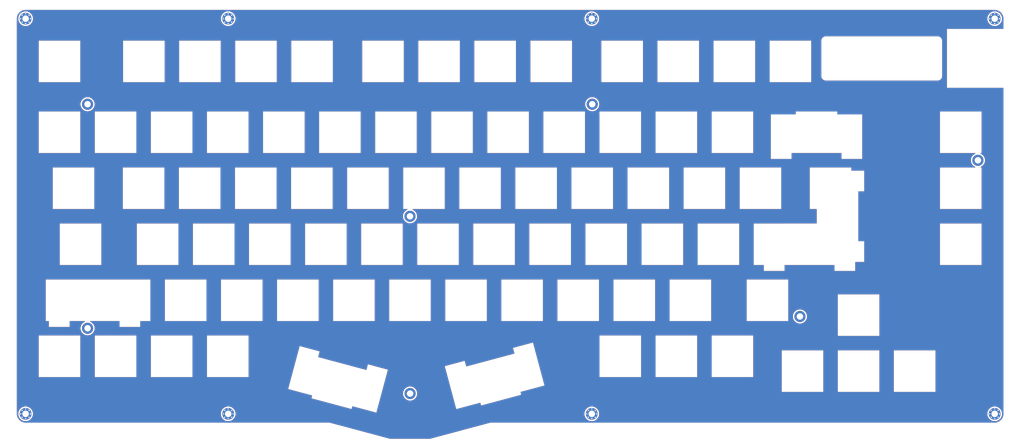
<source format=kicad_pcb>
(kicad_pcb (version 20221018) (generator pcbnew)
  (layers (0 "F.Cu" signal) (31 "B.Cu" signal) (34 "B.Paste" user) (35 "F.Paste" user) (36 "B.SilkS" user "B.Silkscreen") (37 "F.SilkS" user "F.Silkscreen") (38 "B.Mask" user) (39 "F.Mask" user) (44 "Edge.Cuts" user))
  (net 0 "")
  (net 1 "GND")
  (footprint "Keyboard:MountingHole_2.2mm_M2_Pad_Via" (layer "F.Cu") (at 239.343984 57.57)
    (fp_text reference "MountBaseTop6" hide)
    (fp_text value "MountingHoleBaseTop1")
    (pad "1" thru_hole circle (at -1.65 0) (size 0.7 0.7) (drill 0.4) (layers "*.Cu" "*.Mask"))
    (pad "1" thru_hole circle (at -1.166726 -1.166726) (size 0.7 0.7) (drill 0.4) (layers "*.Cu" "*.Mask"))
    (pad "1" thru_hole circle (at -1.166726 1.166726) (size 0.7 0.7) (drill 0.4) (layers "*.Cu" "*.Mask"))
    (pad "1" thru_hole circle (at 0 -1.65) (size 0.7 0.7) (drill 0.4) (layers "*.Cu" "*.Mask"))
    (pad "1" thru_hole circle (at 0 0) (size 4 4) (drill 2.2) (layers "*.Cu" "*.Mask"))
    (pad "1" thru_hole circle (at 0 1.65) (size 0.7 0.7) (drill 0.4) (layers "*.Cu" "*.Mask"))
    (pad "1" thru_hole circle (at 1.166726 -1.166726) (size 0.7 0.7) (drill 0.4) (layers "*.Cu" "*.Mask"))
    (pad "1" thru_hole circle (at 1.166726 1.166726) (size 0.7 0.7) (drill 0.4) (layers "*.Cu" "*.Mask"))
    (pad "1" thru_hole circle (at 1.65 0) (size 0.7 0.7) (drill 0.4) (layers "*.Cu" "*.Mask"))
  )
  (footprint "Keyboard:MountingHole_2.2mm_M2_Pad_Via" (layer "F.Cu") (at 115.831016 57.57)
    (fp_text reference "MountBaseTop4" hide)
    (fp_text value "MountingHoleBaseTop1")
    (pad "1" thru_hole circle (at -1.65 0) (size 0.7 0.7) (drill 0.4) (layers "*.Cu" "*.Mask"))
    (pad "1" thru_hole circle (at -1.166726 -1.166726) (size 0.7 0.7) (drill 0.4) (layers "*.Cu" "*.Mask"))
    (pad "1" thru_hole circle (at -1.166726 1.166726) (size 0.7 0.7) (drill 0.4) (layers "*.Cu" "*.Mask"))
    (pad "1" thru_hole circle (at 0 -1.65) (size 0.7 0.7) (drill 0.4) (layers "*.Cu" "*.Mask"))
    (pad "1" thru_hole circle (at 0 0) (size 4 4) (drill 2.2) (layers "*.Cu" "*.Mask"))
    (pad "1" thru_hole circle (at 0 1.65) (size 0.7 0.7) (drill 0.4) (layers "*.Cu" "*.Mask"))
    (pad "1" thru_hole circle (at 1.166726 -1.166726) (size 0.7 0.7) (drill 0.4) (layers "*.Cu" "*.Mask"))
    (pad "1" thru_hole circle (at 1.166726 1.166726) (size 0.7 0.7) (drill 0.4) (layers "*.Cu" "*.Mask"))
    (pad "1" thru_hole circle (at 1.65 0) (size 0.7 0.7) (drill 0.4) (layers "*.Cu" "*.Mask"))
  )
  (footprint "Keyboard:MountingHole_2.2mm_M2_Pad" (layer "F.Cu") (at 177.59 124.78)
    (fp_text reference "MountTopMiddle4")
    (fp_text value "MountTopMiddle")
    (pad "1" thru_hole circle (at 0 0) (size 3.8 3.8) (drill 2.2) (layers "*.Cu" "*.Mask"))
  )
  (footprint "Keyboard:MountingHole_2.2mm_M2_Pad" (layer "F.Cu") (at 68.05 86.67)
    (fp_text reference "MountTopMiddle2")
    (fp_text value "MountTopMiddle")
    (pad "1" thru_hole circle (at 0 0) (size 3.8 3.8) (drill 2.2) (layers "*.Cu" "*.Mask"))
  )
  (footprint "Keyboard:MountingHole_2.2mm_M2_Pad_Via" (layer "F.Cu") (at 376.225 191.97)
    (fp_text reference "MountBaseTop7" hide)
    (fp_text value "MountingHoleBaseTop1")
    (pad "1" thru_hole circle (at -1.65 0) (size 0.7 0.7) (drill 0.4) (layers "*.Cu" "*.Mask"))
    (pad "1" thru_hole circle (at -1.166726 -1.166726) (size 0.7 0.7) (drill 0.4) (layers "*.Cu" "*.Mask"))
    (pad "1" thru_hole circle (at -1.166726 1.166726) (size 0.7 0.7) (drill 0.4) (layers "*.Cu" "*.Mask"))
    (pad "1" thru_hole circle (at 0 -1.65) (size 0.7 0.7) (drill 0.4) (layers "*.Cu" "*.Mask"))
    (pad "1" thru_hole circle (at 0 0) (size 4 4) (drill 2.2) (layers "*.Cu" "*.Mask"))
    (pad "1" thru_hole circle (at 0 1.65) (size 0.7 0.7) (drill 0.4) (layers "*.Cu" "*.Mask"))
    (pad "1" thru_hole circle (at 1.166726 -1.166726) (size 0.7 0.7) (drill 0.4) (layers "*.Cu" "*.Mask"))
    (pad "1" thru_hole circle (at 1.166726 1.166726) (size 0.7 0.7) (drill 0.4) (layers "*.Cu" "*.Mask"))
    (pad "1" thru_hole circle (at 1.65 0) (size 0.7 0.7) (drill 0.4) (layers "*.Cu" "*.Mask"))
  )
  (footprint "Keyboard:MountingHole_2.2mm_M2_Pad" (layer "F.Cu") (at 310.06 158.86)
    (fp_text reference "MountTopMiddle5")
    (fp_text value "MountTopMiddle")
    (pad "1" thru_hole circle (at 0 0) (size 3.8 3.8) (drill 2.2) (layers "*.Cu" "*.Mask"))
  )
  (footprint "Keyboard:MountingHole_2.2mm_M2_Pad" (layer "F.Cu") (at 68.055 162.87)
    (fp_text reference "MountTopMiddle1")
    (fp_text value "MountTopMiddle")
    (pad "1" thru_hole circle (at 0 0) (size 3.8 3.8) (drill 2.2) (layers "*.Cu" "*.Mask"))
  )
  (footprint "Keyboard:MountingHole_2.2mm_M2_Pad" (layer "F.Cu") (at 177.62 185.07)
    (fp_text reference "MountTopMiddle3")
    (fp_text value "MountTopMiddle")
    (pad "1" thru_hole circle (at 0 0) (size 3.8 3.8) (drill 2.2) (layers "*.Cu" "*.Mask"))
  )
  (footprint "Keyboard:MountingHole_2.2mm_M2_Pad_Via" (layer "F.Cu") (at 115.831016 191.97)
    (fp_text reference "MountBaseTop3" hide)
    (fp_text value "MountingHoleBaseTop1")
    (pad "1" thru_hole circle (at -1.65 0) (size 0.7 0.7) (drill 0.4) (layers "*.Cu" "*.Mask"))
    (pad "1" thru_hole circle (at -1.166726 -1.166726) (size 0.7 0.7) (drill 0.4) (layers "*.Cu" "*.Mask"))
    (pad "1" thru_hole circle (at -1.166726 1.166726) (size 0.7 0.7) (drill 0.4) (layers "*.Cu" "*.Mask"))
    (pad "1" thru_hole circle (at 0 -1.65) (size 0.7 0.7) (drill 0.4) (layers "*.Cu" "*.Mask"))
    (pad "1" thru_hole circle (at 0 0) (size 4 4) (drill 2.2) (layers "*.Cu" "*.Mask"))
    (pad "1" thru_hole circle (at 0 1.65) (size 0.7 0.7) (drill 0.4) (layers "*.Cu" "*.Mask"))
    (pad "1" thru_hole circle (at 1.166726 -1.166726) (size 0.7 0.7) (drill 0.4) (layers "*.Cu" "*.Mask"))
    (pad "1" thru_hole circle (at 1.166726 1.166726) (size 0.7 0.7) (drill 0.4) (layers "*.Cu" "*.Mask"))
    (pad "1" thru_hole circle (at 1.65 0) (size 0.7 0.7) (drill 0.4) (layers "*.Cu" "*.Mask"))
  )
  (footprint "Keyboard:MountingHole_2.2mm_M2_Pad_Via" (layer "F.Cu") (at 47 57.57)
    (fp_text reference "MountBaseTop2" hide)
    (fp_text value "MountingHoleBaseTop1")
    (pad "1" thru_hole circle (at -1.65 0) (size 0.7 0.7) (drill 0.4) (layers "*.Cu" "*.Mask"))
    (pad "1" thru_hole circle (at -1.166726 -1.166726) (size 0.7 0.7) (drill 0.4) (layers "*.Cu" "*.Mask"))
    (pad "1" thru_hole circle (at -1.166726 1.166726) (size 0.7 0.7) (drill 0.4) (layers "*.Cu" "*.Mask"))
    (pad "1" thru_hole circle (at 0 -1.65) (size 0.7 0.7) (drill 0.4) (layers "*.Cu" "*.Mask"))
    (pad "1" thru_hole circle (at 0 0) (size 4 4) (drill 2.2) (layers "*.Cu" "*.Mask"))
    (pad "1" thru_hole circle (at 0 1.65) (size 0.7 0.7) (drill 0.4) (layers "*.Cu" "*.Mask"))
    (pad "1" thru_hole circle (at 1.166726 -1.166726) (size 0.7 0.7) (drill 0.4) (layers "*.Cu" "*.Mask"))
    (pad "1" thru_hole circle (at 1.166726 1.166726) (size 0.7 0.7) (drill 0.4) (layers "*.Cu" "*.Mask"))
    (pad "1" thru_hole circle (at 1.65 0) (size 0.7 0.7) (drill 0.4) (layers "*.Cu" "*.Mask"))
  )
  (footprint "Keyboard:MountingHole_2.2mm_M2_Pad_Via" (layer "F.Cu") (at 376.225 57.57)
    (fp_text reference "MountBaseTop8" hide)
    (fp_text value "MountingHoleBaseTop1")
    (pad "1" thru_hole circle (at -1.65 0) (size 0.7 0.7) (drill 0.4) (layers "*.Cu" "*.Mask"))
    (pad "1" thru_hole circle (at -1.166726 -1.166726) (size 0.7 0.7) (drill 0.4) (layers "*.Cu" "*.Mask"))
    (pad "1" thru_hole circle (at -1.166726 1.166726) (size 0.7 0.7) (drill 0.4) (layers "*.Cu" "*.Mask"))
    (pad "1" thru_hole circle (at 0 -1.65) (size 0.7 0.7) (drill 0.4) (layers "*.Cu" "*.Mask"))
    (pad "1" thru_hole circle (at 0 0) (size 4 4) (drill 2.2) (layers "*.Cu" "*.Mask"))
    (pad "1" thru_hole circle (at 0 1.65) (size 0.7 0.7) (drill 0.4) (layers "*.Cu" "*.Mask"))
    (pad "1" thru_hole circle (at 1.166726 -1.166726) (size 0.7 0.7) (drill 0.4) (layers "*.Cu" "*.Mask"))
    (pad "1" thru_hole circle (at 1.166726 1.166726) (size 0.7 0.7) (drill 0.4) (layers "*.Cu" "*.Mask"))
    (pad "1" thru_hole circle (at 1.65 0) (size 0.7 0.7) (drill 0.4) (layers "*.Cu" "*.Mask"))
  )
  (footprint "Keyboard:MountingHole_2.2mm_M2_Pad_Via" (layer "F.Cu") (at 47 191.97)
    (fp_text reference "MountBaseTop1" hide)
    (fp_text value "MountingHoleBaseTop1")
    (pad "1" thru_hole circle (at -1.65 0) (size 0.7 0.7) (drill 0.4) (layers "*.Cu" "*.Mask"))
    (pad "1" thru_hole circle (at -1.166726 -1.166726) (size 0.7 0.7) (drill 0.4) (layers "*.Cu" "*.Mask"))
    (pad "1" thru_hole circle (at -1.166726 1.166726) (size 0.7 0.7) (drill 0.4) (layers "*.Cu" "*.Mask"))
    (pad "1" thru_hole circle (at 0 -1.65) (size 0.7 0.7) (drill 0.4) (layers "*.Cu" "*.Mask"))
    (pad "1" thru_hole circle (at 0 0) (size 4 4) (drill 2.2) (layers "*.Cu" "*.Mask"))
    (pad "1" thru_hole circle (at 0 1.65) (size 0.7 0.7) (drill 0.4) (layers "*.Cu" "*.Mask"))
    (pad "1" thru_hole circle (at 1.166726 -1.166726) (size 0.7 0.7) (drill 0.4) (layers "*.Cu" "*.Mask"))
    (pad "1" thru_hole circle (at 1.166726 1.166726) (size 0.7 0.7) (drill 0.4) (layers "*.Cu" "*.Mask"))
    (pad "1" thru_hole circle (at 1.65 0) (size 0.7 0.7) (drill 0.4) (layers "*.Cu" "*.Mask"))
  )
  (footprint "Keyboard:MountingHole_2.2mm_M2_Pad" (layer "F.Cu") (at 370.53 105.74)
    (fp_text reference "MountTopMiddle7")
    (fp_text value "MountTopMiddle")
    (pad "1" thru_hole circle (at 0 0) (size 3.8 3.8) (drill 2.2) (layers "*.Cu" "*.Mask"))
  )
  (footprint "Keyboard:MountingHole_2.2mm_M2_Pad" (layer "F.Cu") (at 239.5 86.67)
    (fp_text reference "MountTopMiddle6")
    (fp_text value "MountTopMiddle")
    (pad "1" thru_hole circle (at 0 0) (size 3.8 3.8) (drill 2.2) (layers "*.Cu" "*.Mask"))
  )
  (footprint "Keyboard:MountingHole_2.2mm_M2_Pad_Via" (layer "F.Cu") (at 239.343984 191.97)
    (fp_text reference "MountBaseTop5" hide)
    (fp_text value "MountingHoleBaseTop1")
    (pad "1" thru_hole circle (at -1.65 0) (size 0.7 0.7) (drill 0.4) (layers "*.Cu" "*.Mask"))
    (pad "1" thru_hole circle (at -1.166726 -1.166726) (size 0.7 0.7) (drill 0.4) (layers "*.Cu" "*.Mask"))
    (pad "1" thru_hole circle (at -1.166726 1.166726) (size 0.7 0.7) (drill 0.4) (layers "*.Cu" "*.Mask"))
    (pad "1" thru_hole circle (at 0 -1.65) (size 0.7 0.7) (drill 0.4) (layers "*.Cu" "*.Mask"))
    (pad "1" thru_hole circle (at 0 0) (size 4 4) (drill 2.2) (layers "*.Cu" "*.Mask"))
    (pad "1" thru_hole circle (at 0 1.65) (size 0.7 0.7) (drill 0.4) (layers "*.Cu" "*.Mask"))
    (pad "1" thru_hole circle (at 1.166726 -1.166726) (size 0.7 0.7) (drill 0.4) (layers "*.Cu" "*.Mask"))
    (pad "1" thru_hole circle (at 1.166726 1.166726) (size 0.7 0.7) (drill 0.4) (layers "*.Cu" "*.Mask"))
    (pad "1" thru_hole circle (at 1.65 0) (size 0.7 0.7) (drill 0.4) (layers "*.Cu" "*.Mask"))
  )
  (gr_line (start 146.88369 170.747913) (end 140.12221 168.936179) (stroke (width 0.05)) (layer "Edge.Cuts"))
  (gr_line (start 113.27625 65.05) (end 113.27625 79.15) (stroke (width 0.05)) (layer "Edge.Cuts"))
  (gr_line (start 84.62625 89.15) (end 84.62625 103.25) (stroke (width 0.05)) (layer "Edge.Cuts"))
  (gr_line (start 215.360239 185.475133) (end 215.10142 184.509207) (stroke (width 0.05)) (layer "Edge.Cuts"))
  (gr_line (start 256.26375 127.25) (end 270.36375 127.25) (stroke (width 0.05)) (layer "Edge.Cuts"))
  (gr_line (start 175.30125 108.2) (end 189.40125 108.2) (stroke (width 0.05)) (layer "Edge.Cuts"))
  (gr_line (start 280.72625 65.05) (end 294.82625 65.05) (stroke (width 0.05)) (layer "Edge.Cuts"))
  (gr_line (start 315.7 103.245) (end 307.2 103.245) (stroke (width 0.05)) (layer "Edge.Cuts"))
  (gr_line (start 308.65 89.145) (end 322.75 89.145) (stroke (width 0.05)) (layer "Edge.Cuts"))
  (gr_line (start 322.75 89.145) (end 322.75 90.145) (stroke (width 0.05)) (layer "Edge.Cuts"))
  (gr_line (start 201.481866 188.158556) (end 193.319793 190.345577) (stroke (width 0.05)) (layer "Edge.Cuts"))
  (gr_line (start 118.15125 108.2) (end 132.25125 108.2) (stroke (width 0.05)) (layer "Edge.Cuts"))
  (gr_line (start 308.65 89.145) (end 308.65 90.145) (stroke (width 0.05)) (layer "Edge.Cuts"))
  (gr_line (start 56.24 108.2) (end 70.34 108.2) (stroke (width 0.05)) (layer "Edge.Cuts"))
  (gr_line (start 132.43875 160.4) (end 132.43875 146.3) (stroke (width 0.05)) (layer "Edge.Cuts"))
  (gr_line (start 175.11375 127.25) (end 175.11375 141.35) (stroke (width 0.05)) (layer "Edge.Cuts"))
  (gr_line (start 53.86 160.4) (end 53.86 146.3) (stroke (width 0.05)) (layer "Edge.Cuts"))
  (gr_line (start 184.82625 103.25) (end 184.82625 89.15) (stroke (width 0.05)) (layer "Edge.Cuts"))
  (gr_line (start 118.22625 65.05) (end 132.32625 65.05) (stroke (width 0.05)) (layer "Edge.Cuts"))
  (gr_line (start 203.87625 89.15) (end 217.97625 89.15) (stroke (width 0.05)) (layer "Edge.Cuts"))
  (gr_line (start 132.43875 146.3) (end 146.53875 146.3) (stroke (width 0.05)) (layer "Edge.Cuts"))
  (gr_line (start 51.47625 103.25) (end 51.47625 89.15) (stroke (width 0.05)) (layer "Edge.Cuts"))
  (gr_line (start 294.17625 89.15) (end 294.17625 103.25) (stroke (width 0.05)) (layer "Edge.Cuts"))
  (gr_line (start 306.0825 160.4) (end 291.9825 160.4) (stroke (width 0.05)) (layer "Edge.Cuts"))
  (gr_line (start 280.07625 179.45) (end 280.07625 165.35) (stroke (width 0.05)) (layer "Edge.Cuts"))
  (gr_line (start 212.593845 169.54844) (end 219.355326 167.736706) (stroke (width 0.05)) (layer "Edge.Cuts"))
  (gr_line (start 70.34 108.2) (end 70.34 122.3) (stroke (width 0.05)) (layer "Edge.Cuts"))
  (gr_line (start 275.12625 165.35) (end 275.12625 179.45) (stroke (width 0.05)) (layer "Edge.Cuts"))
  (gr_line (start 80.12625 79.15) (end 80.12625 65.05) (stroke (width 0.05)) (layer "Edge.Cuts"))
  (gr_line (start 175.11375 141.35) (end 161.01375 141.35) (stroke (width 0.05)) (layer "Edge.Cuts"))
  (gr_line (start 89.58125 165.35) (end 103.68125 165.35) (stroke (width 0.05)) (layer "Edge.Cuts"))
  (gr_line (start 371.75125 108.2) (end 371.75125 122.3) (stroke (width 0.05)) (layer "Edge.Cuts"))
  (gr_line (start 317.98875 184.5) (end 303.88875 184.5) (stroke (width 0.05)) (layer "Edge.Cuts"))
  (gr_line (start 70.52625 103.25) (end 70.52625 89.15) (stroke (width 0.05)) (layer "Edge.Cuts"))
  (gr_line (start 317.35 77.095) (end 317.35 65.095) (stroke (width 0.05)) (layer "Edge.Cuts"))
  (gr_line (start 151.48875 146.3) (end 165.58875 146.3) (stroke (width 0.05)) (layer "Edge.Cuts"))
  (gr_line (start 122.72625 89.15) (end 122.72625 103.25) (stroke (width 0.05)) (layer "Edge.Cuts"))
  (gr_line (start 203.87625 103.25) (end 203.87625 89.15) (stroke (width 0.05)) (layer "Edge.Cuts"))
  (gr_line (start 222.73875 146.3) (end 222.73875 160.4) (stroke (width 0.05)) (layer "Edge.Cuts"))
  (gr_line (start 322.75 90.145) (end 331.2 90.145) (stroke (width 0.05)) (layer "Edge.Cuts"))
  (gr_line (start 85.93125 162.395) (end 85.93125 160.4) (stroke (width 0.05)) (layer "Edge.Cuts"))
  (gr_line (start 160.82625 89.15) (end 160.82625 103.25) (stroke (width 0.05)) (layer "Edge.Cuts"))
  (gr_line (start 170.06591 176.95957) (end 166.157743 191.54505) (stroke (width 0.05)) (layer "Edge.Cuts"))
  (gr_line (start 223.263494 182.322186) (end 215.10142 184.509207) (stroke (width 0.05)) (layer "Edge.Cuts"))
  (gr_line (start 156.25125 122.3) (end 156.25125 108.2) (stroke (width 0.05)) (layer "Edge.Cuts"))
  (gr_line (start 89.57625 103.25) (end 89.57625 89.15) (stroke (width 0.05)) (layer "Edge.Cuts"))
  (gr_line (start 146.53875 146.3) (end 146.53875 160.4) (stroke (width 0.05)) (layer "Edge.Cuts"))
  (gr_line (start 265.60125 108.2) (end 265.60125 122.3) (stroke (width 0.05)) (layer "Edge.Cuts"))
  (gr_line (start 379.225 81.07) (end 379.225 191.97) (stroke (width 0.05)) (layer "Edge.Cuts"))
  (gr_line (start 151.37625 65.05) (end 151.37625 79.15) (stroke (width 0.05)) (layer "Edge.Cuts"))
  (gr_line (start 99.10125 122.3) (end 99.10125 108.2) (stroke (width 0.05)) (layer "Edge.Cuts"))
  (gr_line (start 241.97625 89.15) (end 256.07625 89.15) (stroke (width 0.05)) (layer "Edge.Cuts"))
  (gr_line (start 246.73875 160.4) (end 246.73875 146.3) (stroke (width 0.05)) (layer "Edge.Cuts"))
  (gr_line (start 331.88935 116.2765) (end 329.88935 116.2765) (stroke (width 0.05)) (layer "Edge.Cuts"))
  (gr_line (start 98.91375 127.25) (end 98.91375 141.35) (stroke (width 0.05)) (layer "Edge.Cuts"))
  (gr_line (start 289.41375 127.25) (end 289.41375 141.35) (stroke (width 0.05)) (layer "Edge.Cuts"))
  (gr_line (start 261.02625 103.25) (end 261.02625 89.15) (stroke (width 0.05)) (layer "Edge.Cuts"))
  (gr_line (start 179.87625 103.25) (end 165.77625 103.25) (stroke (width 0.05)) (layer "Edge.Cuts"))
  (gr_line (start 322.93875 184.5) (end 322.93875 170.4) (stroke (width 0.05)) (layer "Edge.Cuts"))
  (gr_line (start 180.06375 127.25) (end 194.16375 127.25) (stroke (width 0.05)) (layer "Edge.Cuts"))
  (gr_line (start 132.32625 65.05) (end 132.32625 79.15) (stroke (width 0.05)) (layer "Edge.Cuts"))
  (gr_line (start 331.88935 133.2765) (end 331.88935 140.2765) (stroke (width 0.05)) (layer "Edge.Cuts"))
  (gr_line (start 315.7 103.245) (end 324.2 103.245) (stroke (width 0.05)) (layer "Edge.Cuts"))
  (gr_line (start 331.88935 109.2765) (end 327.515 109.2765) (stroke (width 0.05)) (layer "Edge.Cuts"))
  (gr_line (start 261.02625 165.35) (end 275.12625 165.35) (stroke (width 0.05)) (layer "Edge.Cuts"))
  (gr_line (start 70.53125 179.45) (end 70.53125 165.35) (stroke (width 0.05)) (layer "Edge.Cuts"))
  (gr_line (start 265.60125 122.3) (end 251.50125 122.3) (stroke (width 0.05)) (layer "Edge.Cuts"))
  (gr_line (start 89.57625 89.15) (end 103.67625 89.15) (stroke (width 0.05)) (layer "Edge.Cuts"))
  (gr_line (start 162.786791 177.079688) (end 163.304429 175.147836) (stroke (width 0.05)) (layer "Edge.Cuts"))
  (gr_line (start 122.73125 165.35) (end 122.73125 179.45) (stroke (width 0.05)) (layer "Edge.Cuts"))
  (gr_line (start 275.31375 141.35) (end 275.31375 127.25) (stroke (width 0.05)) (layer "Edge.Cuts"))
  (gr_circle (center 115.831016 57.57) (end 116.931016 57.57) (stroke (width 0.05)) (fill none) (layer "Edge.Cuts"))
  (gr_arc (start 44 57.57) (mid 44.87868 55.44868) (end 47 54.57) (stroke (width 0.05)) (layer "Edge.Cuts"))
  (gr_line (start 132.25125 108.2) (end 132.25125 122.3) (stroke (width 0.05)) (layer "Edge.Cuts"))
  (gr_line (start 306.0825 146.3) (end 306.0825 160.4) (stroke (width 0.05)) (layer "Edge.Cuts"))
  (gr_line (start 289.60125 108.2) (end 303.70125 108.2) (stroke (width 0.05)) (layer "Edge.Cuts"))
  (gr_line (start 141.77625 103.25) (end 127.67625 103.25) (stroke (width 0.05)) (layer "Edge.Cuts"))
  (gr_line (start 261.67625 79.15) (end 261.67625 65.05) (stroke (width 0.05)) (layer "Edge.Cuts"))
  (gr_arc (start 356.85 63.595) (mid 357.91066 64.03434) (end 358.35 65.095) (stroke (width 0.05)) (layer "Edge.Cuts"))
  (gr_line (start 140.12221 168.936179) (end 136.214042 183.521659) (stroke (width 0.05)) (layer "Edge.Cuts"))
  (gr_line (start 294.82625 79.15) (end 280.72625 79.15) (stroke (width 0.05)) (layer "Edge.Cuts"))
  (gr_line (start 222.92625 103.25) (end 222.92625 89.15) (stroke (width 0.05)) (layer "Edge.Cuts"))
  (gr_line (start 227.68875 146.3) (end 241.78875 146.3) (stroke (width 0.05)) (layer "Edge.Cuts"))
  (gr_line (start 94.22625 79.15) (end 80.12625 79.15) (stroke (width 0.05)) (layer "Edge.Cuts"))
  (gr_line (start 260.83875 146.3) (end 260.83875 160.4) (stroke (width 0.05)) (layer "Edge.Cuts"))
  (gr_line (start 108.62625 89.15) (end 122.72625 89.15) (stroke (width 0.05)) (layer "Edge.Cuts"))
  (gr_line (start 256.07625 89.15) (end 256.07625 103.25) (stroke (width 0.05)) (layer "Edge.Cuts"))
  (gr_circle (center 376.225 57.57) (end 377.325 57.57) (stroke (width 0.05)) (fill none) (layer "Edge.Cuts"))
  (gr_line (start 89.58125 179.45) (end 89.58125 165.35) (stroke (width 0.05)) (layer "Edge.Cuts"))
  (gr_line (start 103.68125 165.35) (end 103.68125 179.45) (stroke (width 0.05)) (layer "Edge.Cuts"))
  (gr_line (start 341.98875 184.5) (end 341.98875 170.4) (stroke (width 0.05)) (layer "Edge.Cuts"))
  (gr_line (start 51.47625 79.15) (end 51.47625 65.05) (stroke (width 0.05)) (layer "Edge.Cuts"))
  (gr_line (start 246.55125 122.3) (end 232.45125 122.3) (stroke (width 0.05)) (layer "Edge.Cuts"))
  (gr_line (start 99.17625 65.05) (end 113.27625 65.05) (stroke (width 0.05)) (layer "Edge.Cuts"))
  (gr_line (start 163.304429 175.147836) (end 170.06591 176.95957) (stroke (width 0.05)) (layer "Edge.Cuts"))
  (gr_line (start 44 191.97) (end 44 57.57) (stroke (width 0.05)) (layer "Edge.Cuts"))
  (gr_line (start 113.20125 108.2) (end 113.20125 122.3) (stroke (width 0.05)) (layer "Edge.Cuts"))
  (gr_line (start 303.88875 170.4) (end 317.98875 170.4) (stroke (width 0.05)) (layer "Edge.Cuts"))
  (gr_line (start 315.78935 122.3) (end 313.415 122.3) (stroke (width 0.05)) (layer "Edge.Cuts"))
  (gr_line (start 315.78935 127.245) (end 315.78935 122.3) (stroke (width 0.05)) (layer "Edge.Cuts"))
  (gr_line (start 356.08875 184.5) (end 341.98875 184.5) (stroke (width 0.05)) (layer "Edge.Cuts"))
  (gr_line (start 294.36375 127.25) (end 315.78935 127.245) (stroke (width 0.05)) (layer "Edge.Cuts"))
  (gr_line (start 113.27625 79.15) (end 99.17625 79.15) (stroke (width 0.05)) (layer "Edge.Cuts"))
  (gr_line (start 322.93875 170.4) (end 337.03875 170.4) (stroke (width 0.05)) (layer "Edge.Cuts"))
  (gr_line (start 232.26375 141.35) (end 218.16375 141.35) (stroke (width 0.05)) (layer "Edge.Cuts"))
  (gr_line (start 61.93125 160.395) (end 61.93125 162.395) (stroke (width 0.05)) (layer "Edge.Cuts"))
  (gr_line (start 331.2 105.245) (end 331.2 90.145) (stroke (width 0.05)) (layer "Edge.Cuts"))
  (gr_line (start 54.93125 160.4) (end 53.86 160.4) (stroke (width 0.05)) (layer "Edge.Cuts"))
  (gr_line (start 313.87625 65.05) (end 313.87625 79.15) (stroke (width 0.05)) (layer "Edge.Cuts"))
  (gr_line (start 261.02625 89.15) (end 275.12625 89.15) (stroke (width 0.05)) (layer "Edge.Cuts"))
  (gr_line (start 318.85 63.595) (end 356.85 63.595) (stroke (width 0.05)) (layer "Edge.Cuts"))
  (gr_line (start 94.33875 146.3) (end 108.43875 146.3) (stroke (width 0.05)) (layer "Edge.Cuts"))
  (gr_line (start 137.27625 65.05) (end 151.37625 65.05) (stroke (width 0.05)) (layer "Edge.Cuts"))
  (gr_line (start 232.45125 108.2) (end 246.55125 108.2) (stroke (width 0.05)) (layer "Edge.Cuts"))
  (gr_line (start 256.07625 165.35) (end 256.07625 179.45) (stroke (width 0.05)) (layer "Edge.Cuts"))
  (gr_line (start 141.77625 89.15) (end 141.77625 103.25) (stroke (width 0.05)) (layer "Edge.Cuts"))
  (gr_line (start 294.82625 65.05) (end 294.82625 79.15) (stroke (width 0.05)) (layer "Edge.Cuts"))
  (gr_line (start 275.77625 65.05) (end 275.77625 79.15) (stroke (width 0.05)) (layer "Edge.Cuts"))
  (gr_line (start 198.92625 89.15) (end 198.92625 103.25) (stroke (width 0.05)) (layer "Edge.Cuts"))
  (gr_line (start 222.73875 160.4) (end 208.63875 160.4) (stroke (width 0.05)) (layer "Edge.Cuts"))
  (gr_line (start 146.53875 160.4) (end 132.43875 160.4) (stroke (width 0.05)) (layer "Edge.Cuts"))
  (gr_line (start 154.576422 174.879726) (end 162.786791 177.079688) (stroke (width 0.05)) (layer "Edge.Cuts"))
  (gr_line (start 58.62 127.25) (end 72.72 127.25) (stroke (width 0.05)) (layer "Edge.Cuts"))
  (gr_line (start 165.77625 103.25) (end 165.77625 89.15) (stroke (width 0.05)) (layer "Edge.Cuts"))
  (gr_line (start 103.86375 127.25) (end 117.96375 127.25) (stroke (width 0.05)) (layer "Edge.Cuts"))
  (gr_line (start 270.36375 127.25) (end 270.36375 141.35) (stroke (width 0.05)) (layer "Edge.Cuts"))
  (gr_line (start 246.73875 146.3) (end 260.83875 146.3) (stroke (width 0.05)) (layer "Edge.Cuts"))
  (gr_line (start 270.36375 141.35) (end 256.26375 141.35) (stroke (width 0.05)) (layer "Edge.Cuts"))
  (gr_line (start 232.62625 79.15) (end 218.52625 79.15) (stroke (width 0.05)) (layer "Edge.Cuts"))
  (gr_line (start 184.63875 146.3) (end 184.63875 160.4) (stroke (width 0.05)) (layer "Edge.Cuts"))
  (gr_line (start 108.43875 146.3) (end 108.43875 160.4) (stroke (width 0.05)) (layer "Edge.Cuts"))
  (gr_line (start 165.58875 160.4) (end 151.48875 160.4) (stroke (width 0.05)) (layer "Edge.Cuts"))
  (gr_line (start 218.16375 141.35) (end 218.16375 127.25) (stroke (width 0.05)) (layer "Edge.Cuts"))
  (gr_line (start 294.17625 103.25) (end 280.07625 103.25) (stroke (width 0.05)) (layer "Edge.Cuts"))
  (gr_line (start 303.70125 122.3) (end 289.60125 122.3) (stroke (width 0.05)) (layer "Edge.Cuts"))
  (gr_line (start 203.68875 160.4) (end 189.58875 160.4) (stroke (width 0.05)) (layer "Edge.Cuts"))
  (gr_line (start 357.65125 122.3) (end 357.65125 108.2) (stroke (width 0.05)) (layer "Edge.Cuts"))
  (gr_arc (start 318.85 78.595) (mid 317.78934 78.15566) (end 317.35 77.095) (stroke (width 0.05)) (layer "Edge.Cuts"))
  (gr_line (start 356.08875 170.4) (end 356.08875 184.5) (stroke (width 0.05)) (layer "Edge.Cuts"))
  (gr_line (start 379.225 61.07) (end 379.225 57.57) (stroke (width 0.05)) (layer "Edge.Cuts"))
  (gr_line (start 237.02625 89.15) (end 237.02625 103.25) (stroke (width 0.05)) (layer "Edge.Cuts"))
  (gr_line (start 208.63875 160.4) (end 208.63875 146.3) (stroke (width 0.05)) (layer "Edge.Cuts"))
  (gr_line (start 215.360239 185.475133) (end 201.740685 189.124481) (stroke (width 0.05)) (layer "Edge.Cuts"))
  (gr_line (start 170.75857 200.469915) (end 184.41643 200.469915) (stroke (width 0.05)) (layer "Edge.Cuts"))
  (gr_line (start 246.55125 108.2) (end 246.55125 122.3) (stroke (width 0.05)) (layer "Edge.Cuts"))
  (gr_line (start 241.78875 146.3) (end 241.78875 160.4) (stroke (width 0.05)) (layer "Edge.Cuts"))
  (gr_line (start 328.81875 143.345) (end 328.81875 140.2765) (stroke (width 0.05)) (layer "Edge.Cuts"))
  (gr_line (start 203.68875 146.3) (end 203.68875 160.4) (stroke (width 0.05)) (layer "Edge.Cuts"))
  (gr_line (start 227.68875 160.4) (end 227.68875 146.3) (stroke (width 0.05)) (layer "Edge.Cuts"))
  (gr_circle (center 376.225 191.97) (end 377.325 191.97) (stroke (width 0.05)) (fill none) (layer "Edge.Cuts"))
  (gr_line (start 170.35125 108.2) (end 170.35125 122.3) (stroke (width 0.05)) (layer "Edge.Cuts"))
  (gr_line (start 157.73685 190.323954) (end 144.117296 186.674606) (stroke (width 0.05)) (layer "Edge.Cuts"))
  (gr_line (start 275.12625 179.45) (end 261.02625 179.45) (stroke (width 0.05)) (layer "Edge.Cuts"))
  (gr_line (start 317.98875 170.4) (end 317.98875 184.5) (stroke (width 0.05)) (layer "Edge.Cuts"))
  (gr_line (start 137.20125 108.2) (end 151.30125 108.2) (stroke (width 0.05)) (layer "Edge.Cuts"))
  (gr_line (start 371.75125 127.25) (end 371.75125 141.35) (stroke (width 0.05)) (layer "Edge.Cuts"))
  (gr_line (start 321.81875 143.345) (end 328.81875 143.345) (stroke (width 0.05)) (layer "Edge.Cuts"))
  (gr_line (start 294.36375 141.35) (end 294.36375 127.25) (stroke (width 0.05)) (layer "Edge.Cuts"))
  (gr_line (start 357.65125 141.35) (end 357.65125 127.25) (stroke (width 0.05)) (layer "Edge.Cuts"))
  (gr_line (start 222.92625 89.15) (end 237.02625 89.15) (stroke (width 0.05)) (layer "Edge.Cuts"))
  (gr_line (start 127.48875 160.4) (end 113.38875 160.4) (stroke (width 0.05)) (layer "Edge.Cuts"))
  (gr_line (start 70.52625 89.15) (end 84.62625 89.15) (stroke (width 0.05)) (layer "Edge.Cuts"))
  (gr_line (start 237.21375 127.25) (end 251.31375 127.25) (stroke (width 0.05)) (layer "Edge.Cuts"))
  (gr_line (start 275.12625 89.15) (end 275.12625 103.25) (stroke (width 0.05)) (layer "Edge.Cuts"))
  (gr_line (start 108.63125 179.45) (end 108.63125 165.35) (stroke (width 0.05)) (layer "Edge.Cuts"))
  (gr_line (start 357.65125 127.25) (end 371.75125 127.25) (stroke (width 0.05)) (layer "Edge.Cuts"))
  (gr_line (start 241.97625 103.25) (end 241.97625 89.15) (stroke (width 0.05)) (layer "Edge.Cuts"))
  (gr_line (start 189.411625 175.760097) (end 193.319793 190.345577) (stroke (width 0.05)) (layer "Edge.Cuts"))
  (gr_line (start 141.96375 141.35) (end 141.96375 127.25) (stroke (width 0.05)) (layer "Edge.Cuts"))
  (gr_line (start 165.58875 146.3) (end 165.58875 160.4) (stroke (width 0.05)) (layer "Edge.Cuts"))
  (gr_line (start 251.50125 108.2) (end 265.60125 108.2) (stroke (width 0.05)) (layer "Edge.Cuts"))
  (gr_line (start 307.2 103.245) (end 307.2 105.245) (stroke (width 0.05)) (layer "Edge.Cuts"))
  (gr_line (start 300.2 90.145) (end 308.65 90.145) (stroke (width 0.05)) (layer "Edge.Cuts"))
  (gr_line (start 144.117296 186.674606) (end 144.376115 185.70868) (stroke (width 0.05)) (layer "Edge.Cuts"))
  (gr_circle (center 239.343984 57.57) (end 240.443984 57.57) (stroke (width 0.05)) (fill none) (layer "Edge.Cuts"))
  (gr_line (start 160.82625 103.25) (end 146.72625 103.25) (stroke (width 0.05)) (layer "Edge.Cuts"))
  (gr_line (start 137.01375 141.35) (end 122.91375 141.35) (stroke (width 0.05)) (layer "Edge.Cuts"))
  (gr_line (start 208.45125 122.3) (end 194.35125 122.3) (stroke (width 0.05)) (layer "Edge.Cuts"))
  (gr_line (start 78.93125 162.395) (end 78.93125 160.395) (stroke (width 0.05)) (layer "Edge.Cuts"))
  (gr_line (start 132.32625 79.15) (end 118.22625 79.15) (stroke (width 0.05)) (layer "Edge.Cuts"))
  (gr_line (start 371.75125 89.15) (end 371.75125 103.25) (stroke (width 0.05)) (layer "Edge.Cuts"))
  (gr_line (start 303.70125 108.2) (end 303.70125 122.3) (stroke (width 0.05)) (layer "Edge.Cuts"))
  (gr_line (start 56.24 122.3) (end 56.24 108.2) (stroke (width 0.05)) (layer "Edge.Cuts"))
  (gr_line (start 324.2 105.245) (end 324.2 103.245) (stroke (width 0.05)) (layer "Edge.Cuts"))
  (gr_line (start 208.63875 146.3) (end 222.73875 146.3) (stroke (width 0.05)) (layer "Edge.Cuts"))
  (gr_line (start 137.01375 127.25) (end 137.01375 141.35) (stroke (width 0.05)) (layer "Edge.Cuts"))
  (gr_line (start 322.93875 151.35) (end 337.03875 151.35) (stroke (width 0.05)) (layer "Edge.Cuts"))
  (gr_line (start 189.40125 122.3) (end 175.30125 122.3) (stroke (width 0.05)) (layer "Edge.Cuts"))
  (gr_line (start 218.52625 79.15) (end 218.52625 65.05) (stroke (width 0.05)) (layer "Edge.Cuts"))
  (gr_line (start 313.87625 79.15) (end 299.77625 79.15) (stroke (width 0.05)) (layer "Edge.Cuts"))
  (gr_line (start 307.2 105.245) (end 300.2 105.245) (stroke (width 0.05)) (layer "Edge.Cuts"))
  (gr_line (start 227.50125 108.2) (end 227.50125 122.3) (stroke (width 0.05)) (layer "Edge.Cuts"))
  (gr_line (start 242.62625 65.05) (end 256.72625 65.05) (stroke (width 0.05)) (layer "Edge.Cuts"))
  (gr_line (start 127.67625 103.25) (end 127.67625 89.15) (stroke (width 0.05)) (layer "Edge.Cuts"))
  (gr_line (start 70.53125 165.35) (end 84.63125 165.35) (stroke (width 0.05)) (layer "Edge.Cuts"))
  (gr_line (start 161.37625 79.15) (end 161.37625 65.05) (stroke (width 0.05)) (layer "Edge.Cuts"))
  (gr_line (start 113.38875 146.3) (end 127.48875 146.3) (stroke (width 0.05)) (layer "Edge.Cuts"))
  (gr_line (start 371.75125 141.35) (end 357.65125 141.35) (stroke (width 0.05)) (layer "Edge.Cuts"))
  (gr_line (start 270.55125 122.3) (end 270.55125 108.2) (stroke (width 0.05)) (layer "Edge.Cuts"))
  (gr_line (start 337.03875 184.5) (end 322.93875 184.5) (stroke (width 0.05)) (layer "Edge.Cuts"))
  (gr_line (start 304.81875 143.345) (end 297.81875 143.345) (stroke (width 0.05)) (layer "Edge.Cuts"))
  (gr_line (start 327.515 108.2) (end 327.515 109.2765) (stroke (width 0.05)) (layer "Edge.Cuts"))
  (gr_line (start 275.31375 127.25) (end 289.41375 127.25) (stroke (width 0.05)) (layer "Edge.Cuts"))
  (gr_line (start 161.01375 141.35) (end 161.01375 127.25) (stroke (width 0.05)) (layer "Edge.Cuts"))
  (gr_line (start 65.57625 89.15) (end 65.57625 103.25) (stroke (width 0.05)) (layer "Edge.Cuts"))
  (gr_line (start 194.16375 127.25) (end 194.16375 141.35) (stroke (width 0.05)) (layer "Edge.Cuts"))
  (gr_line (start 180.06375 141.35) (end 180.06375 127.25) (stroke (width 0.05)) (layer "Edge.Cuts"))
  (gr_line (start 84.81375 141.35) (end 84.81375 127.25) (stroke (width 0.05)) (layer "Edge.Cuts"))
  (gr_line (start 199.47625 65.05) (end 213.57625 65.05) (stroke (width 0.05)) (layer "Edge.Cuts"))
  (gr_line (start 242.62625 79.15) (end 242.62625 65.05) (stroke (width 0.05)) (layer "Edge.Cuts"))
  (gr_arc (start 47 194.97) (mid 44.87868 194.09132) (end 44 191.97) (stroke (width 0.05)) (layer "Edge.Cuts"))
  (gr_arc (start 376.225 54.57) (mid 378.34632 55.44868) (end 379.225 57.57) (stroke (width 0.05)) (layer "Edge.Cuts"))
  (gr_line (start 51.47625 165.35) (end 65.57625 165.35) (stroke (width 0.05)) (layer "Edge.Cuts"))
  (gr_line (start 165.77625 89.15) (end 179.87625 89.15) (stroke (width 0.05)) (layer "Edge.Cuts"))
  (gr_line (start 84.81375 127.25) (end 98.91375 127.25) (stroke (width 0.05)) (layer "Edge.Cuts"))
  (gr_line (start 232.62625 65.05) (end 232.62625 79.15) (stroke (width 0.05)) (layer "Edge.Cuts"))
  (gr_line (start 213.57625 79.15) (end 199.47625 79.15) (stroke (width 0.05)) (layer "Edge.Cuts"))
  (gr_line (start 157.73685 190.323954) (end 157.995669 189.358029) (stroke (width 0.05)) (layer "Edge.Cuts"))
  (gr_line (start 127.48875 146.3) (end 127.48875 160.4) (stroke (width 0.05)) (layer "Edge.Cuts"))
  (gr_line (start 47 54.57) (end 376.225 54.57) (stroke (width 0.05)) (layer "Edge.Cuts"))
  (gr_line (start 284.65125 108.2) (end 284.65125 122.3) (stroke (width 0.05)) (layer "Edge.Cuts"))
  (gr_line (start 51.47625 179.45) (end 51.47625 165.35) (stroke (width 0.05)) (layer "Edge.Cuts"))
  (gr_line (start 156.25125 108.2) (end 170.35125 108.2) (stroke (width 0.05)) (layer "Edge.Cuts"))
  (gr_line (start 80.05125 108.2) (end 94.15125 108.2) (stroke (width 0.05)) (layer "Edge.Cuts"))
  (gr_line (start 94.22625 65.05) (end 94.22625 79.15) (stroke (width 0.05)) (layer "Edge.Cuts"))
  (gr_line (start 118.15125 122.3) (end 118.15125 108.2) (stroke (width 0.05)) (layer "Edge.Cuts"))
  (gr_line (start 51.47625 89.15) (end 65.57625 89.15) (stroke (width 0.05)) (layer "Edge.Cuts"))
  (gr_line (start 180.42625 65.05) (end 194.52625 65.05) (stroke (width 0.05)) (layer "Edge.Cuts"))
  (gr_line (start 217.97625 103.25) (end 203.87625 103.25) (stroke (width 0.05)) (layer "Edge.Cuts"))
  (gr_line (start 208.45125 108.2) (end 208.45125 122.3) (stroke (width 0.05)) (layer "Edge.Cuts"))
  (gr_line (start 117.96375 127.25) (end 117.96375 141.35) (stroke (width 0.05)) (layer "Edge.Cuts"))
  (gr_line (start 65.57625 165.35) (end 65.57625 179.45) (stroke (width 0.05)) (layer "Edge.Cuts"))
  (gr_line (start 194.35125 122.3) (end 194.35125 108.2) (stroke (width 0.05)) (layer "Edge.Cuts"))
  (gr_line (start 94.33875 160.4) (end 94.33875 146.3) (stroke (width 0.05)) (layer "Edge.Cuts"))
  (gr_line (start 175.47625 79.15) (end 161.37625 79.15) (stroke (width 0.05)) (layer "Edge.Cuts"))
  (gr_line (start 371.75125 122.3) (end 357.65125 122.3) (stroke (width 0.05)) (layer "Edge.Cuts"))
  (gr_line (start 280.07625 103.25) (end 280.07625 89.15) (stroke (width 0.05)) (layer "Edge.Cuts"))
  (gr_line (start 279.88875 160.4) (end 265.78875 160.4) (stroke (width 0.05)) (layer "Edge.Cuts"))
  (gr_line (start 331.88935 116.2765) (end 331.88935 109.2765) (stroke (width 0.05)) (layer "Edge.Cuts"))
  (gr_line (start 98.91375 141.35) (end 84.81375 141.35) (stroke (width 0.05)) (layer "Edge.Cuts"))
  (gr_line (start 78.93125 160.395) (end 61.93125 160.395) (stroke (width 0.05)) (layer "Edge.Cuts"))
  (gr_line (start 170.35125 122.3) (end 156.25125 122.3) (stroke (width 0.05)) (layer "Edge.Cuts"))
  (gr_line (start 51.47625 65.05) (end 65.57625 65.05) (stroke (width 0.05)) (layer "Edge.Cuts"))
  (gr_line (start 321.81875 143.345) (end 321.81875 141.345) (stroke (width 0.05)) (layer "Edge.Cuts"))
  (gr_line (start 108.43875 160.4) (end 94.33875 160.4) (stroke (width 0.05)) (layer "Edge.Cuts"))
  (gr_line (start 103.67625 103.25) (end 89.57625 103.25) (stroke (width 0.05)) (layer "Edge.Cuts"))
  (gr_line (start 175.30125 122.3) (end 175.30125 108.2) (stroke (width 0.05)) (layer "Edge.Cuts"))
  (gr_line (start 357.65125 89.15) (end 371.75125 89.15) (stroke (width 0.05)) (layer "Edge.Cuts"))
  (gr_line (start 54.93125 162.395) (end 54.93125 160.4) (stroke (width 0.05)) (layer "Edge.Cuts"))
  (gr_line (start 294.17625 179.45) (end 280.07625 179.45) (stroke (width 0.05)) (layer "Edge.Cuts"))
  (gr_line (start 337.03875 170.4) (end 337.03875 184.5) (stroke (width 0.05)) (layer "Edge.Cuts"))
  (gr_line (start 199.11375 141.35) (end 199.11375 127.25) (stroke (width 0.05)) (layer "Edge.Cuts"))
  (gr_line (start 122.73125 179.45) (end 108.63125 179.45) (stroke (width 0.05)) (layer "Edge.Cuts"))
  (gr_line (start 357.65125 108.2) (end 371.75125 108.2) (stroke (width 0.05)) (layer "Edge.Cuts"))
  (gr_line (start 313.415 108.2) (end 327.515 108.2) (stroke (width 0.05)) (layer "Edge.Cuts"))
  (gr_line (start 180.42625 79.15) (end 180.42625 65.05) (stroke (width 0.05)) (layer "Edge.Cuts"))
  (gr_line (start 204.901114 173.680253) (end 213.111483 171.480291) (stroke (width 0.05)) (layer "Edge.Cuts"))
  (gr_line (start 184.82625 89.15) (end 198.92625 89.15) (stroke (width 0.05)) (layer "Edge.Cuts"))
  (gr_line (start 146.72625 89.15) (end 160.82625 89.15) (stroke (width 0.05)) (layer "Edge.Cuts"))
  (gr_line (start 99.10125 108.2) (end 113.20125 108.2) (stroke (width 0.05)) (layer "Edge.Cuts"))
  (gr_line (start 151.48875 160.4) (end 151.48875 146.3) (stroke (width 0.05)) (layer "Edge.Cuts"))
  (gr_line (start 161.01375 127.25) (end 175.11375 127.25) (stroke (width 0.05)) (layer "Edge.Cuts"))
  (gr_line (start 218.16375 127.25) (end 232.26375 127.25) (stroke (width 0.05)) (layer "Edge.Cuts"))
  (gr_line (start 241.97625 179.45) (end 241.97625 165.35) (stroke (width 0.05)) (layer "Edge.Cuts"))
  (gr_line (start 218.52625 65.05) (end 232.62625 65.05) (stroke (width 0.05)) (layer "Edge.Cuts"))
  (gr_line (start 251.31375 127.25) (end 251.31375 141.35) (stroke (width 0.05)) (layer "Edge.Cuts"))
  (gr_line (start 103.67625 89.15) (end 103.67625 103.25) (stroke (width 0.05)) (layer "Edge.Cuts"))
  (gr_line (start 61.93125 162.395) (end 54.93125 162.395) (stroke (width 0.05)) (layer "Edge.Cuts"))
  (gr_line (start 194.35125 108.2) (end 208.45125 108.2) (stroke (width 0.05)) (layer "Edge.Cuts"))
  (gr_line (start 304.81875 141.345) (end 304.81875 143.345) (stroke (width 0.05)) (layer "Edge.Cuts"))
  (gr_line (start 70.34 122.3) (end 56.24 122.3) (stroke (width 0.05)) (layer "Edge.Cuts"))
  (gr_line (start 331.88935 140.2765) (end 328.81875 140.2765) (stroke (width 0.05)) (layer "Edge.Cuts"))
  (gr_circle (center 47 57.57) (end 48.1 57.57) (stroke (width 0.05)) (fill none) (layer "Edge.Cuts"))
  (gr_line (start 196.173106 173.948363) (end 189.411625 175.760097) (stroke (width 0.05)) (layer "Edge.Cuts"))
  (gr_line (start 219.355326 167.736706) (end 223.263494 182.322186) (stroke (width 0.05)) (layer "Edge.Cuts"))
  (gr_line (start 194.16375 141.35) (end 180.06375 141.35) (stroke (width 0.05)) (layer "Edge.Cuts"))
  (gr_line (start 275.12625 103.25) (end 261.02625 103.25) (stroke (width 0.05)) (layer "Edge.Cuts"))
  (gr_line (start 256.07625 179.45) (end 241.97625 179.45) (stroke (width 0.05)) (layer "Edge.Cuts"))
  (gr_line (start 213.21375 141.35) (end 199.11375 141.35) (stroke (width 0.05)) (layer "Edge.Cuts"))
  (gr_line (start 213.40125 122.3) (end 213.40125 108.2) (stroke (width 0.05)) (layer "Edge.Cuts"))
  (gr_line (start 198.92625 103.25) (end 184.82625 103.25) (stroke (width 0.05)) (layer "Edge.Cuts"))
  (gr_line (start 166.157743 191.54505) (end 157.995669 189.358029) (stroke (width 0.05)) (layer "Edge.Cuts"))
  (gr_line (start 65.57625 65.05) (end 65.57625 79.15) (stroke (width 0.05)) (layer "Edge.Cuts"))
  (gr_line (start 137.20125 122.3) (end 137.20125 108.2) (stroke (width 0.05)) (layer "Edge.Cuts"))
  (gr_line (start 80.12625 65.05) (end 94.22625 65.05) (stroke (width 0.05)) (layer "Edge.Cuts"))
  (gr_line (start 261.67625 65.05) (end 275.77625 65.05) (stroke (width 0.05)) (layer "Edge.Cuts"))
  (gr_line (start 213.40125 108.2) (end 227.50125 108.2) (stroke (width 0.05)) (layer "Edge.Cuts"))
  (gr_line (start 179.87625 89.15) (end 179.87625 103.25) (stroke (width 0.05)) (layer "Edge.Cuts"))
  (gr_line (start 303.88875 184.5) (end 303.88875 170.4) (stroke (width 0.05)) (layer "Edge.Cuts"))
  (gr_line (start 321.81875 141.345) (end 304.81875 141.345) (stroke (width 0.05)) (layer "Edge.Cuts"))
  (gr_line (start 284.65125 122.3) (end 270.55125 122.3) (stroke (width 0.05)) (layer "Edge.Cuts"))
  (gr_line (start 201.740685 189.124481) (end 201.481866 188.158556) (stroke (width 0.05)) (layer "Edge.Cuts"))
  (gr_line (start 294.17625 165.35) (end 294.17625 179.45) (stroke (width 0.05)) (layer "Edge.Cuts"))
  (gr_arc (start 317.35 65.095) (mid 317.78934 64.03434) (end 318.85 63.595) (stroke (width 0.05)) (layer "Edge.Cuts"))
  (gr_line (start 213.111483 171.480291) (end 212.593845 169.54844) (stroke (width 0.05)) (layer "Edge.Cuts"))
  (gr_line (start 261.02625 179.45) (end 261.02625 165.35) (stroke (width 0.05)) (layer "Edge.Cuts"))
  (gr_line (start 358.35 65.095) (end 358.35 77.095) (stroke (width 0.05)) (layer "Edge.Cuts"))
  (gr_line (start 194.52625 65.05) (end 194.52625 79.15) (stroke (width 0.05)) (layer "Edge.Cuts"))
  (gr_line (start 199.11375 127.25) (end 213.21375 127.25) (stroke (width 0.05)) (layer "Edge.Cuts"))
  (gr_line (start 196.173106 173.948363) (end 196.690744 175.880215) (stroke (width 0.05)) (layer "Edge.Cuts"))
  (gr_line (start 170.53875 146.3) (end 184.63875 146.3) (stroke (width 0.05)) (layer "Edge.Cuts"))
  (gr_line (start 141.96375 127.25) (end 156.06375 127.25) (stroke (width 0.05)) (layer "Edge.Cuts"))
  (gr_line (start 297.81875 141.35) (end 294.36375 141.35) (stroke (width 0.05)) (layer "Edge.Cuts"))
  (gr_line (start 78.93125 162.395) (end 85.93125 162.395) (stroke (width 0.05)) (layer "Edge.Cuts"))
  (gr_line (start 260.83875 160.4) (end 246.73875 160.4) (stroke (width 0.05)) (layer "Edge.Cuts"))
  (gr_line (start 371.75125 103.25) (end 357.65125 103.25) (stroke (width 0.05)) (layer "Edge.Cuts"))
  (gr_line (start 299.77625 65.05) (end 313.87625 65.05) (stroke (width 0.05)) (layer "Edge.Cuts"))
  (gr_line (start 217.97625 89.15) (end 217.97625 103.25) (stroke (width 0.05)) (layer "Edge.Cuts"))
  (gr_line (start 337.03875 151.35) (end 337.03875 165.45) (stroke (width 0.05)) (layer "Edge.Cuts"))
  (gr_line (start 84.63125 179.45) (end 70.53125 179.45) (stroke (width 0.05)) (layer "Edge.Cuts"))
  (gr_line (start 122.91375 141.35) (end 122.91375 127.25) (stroke (width 0.05)) (layer "Edge.Cuts"))
  (gr_line (start 151.30125 108.2) (end 151.30125 122.3) (stroke (width 0.05)) (layer "Edge.Cuts"))
  (gr_line (start 237.21375 141.35) (end 237.21375 127.25) (stroke (width 0.05)) (layer "Edge.Cuts"))
  (gr_line (start 251.31375 141.35) (end 237.21375 141.35) (stroke (width 0.05)) (layer "Edge.Cuts"))
  (gr_line (start 103.86375 141.35) (end 103.86375 127.25) (stroke (width 0.05)) (layer "Edge.Cuts"))
  (gr_line (start 379.225 81.07) (end 360.025 81.07) (stroke (width 0.05)) (layer "Edge.Cuts"))
  (gr_line (start 184.41643 200.469915) (end 204.942391 194.97) (stroke (width 0.05)) (layer "Edge.Cuts"))
  (gr_line (start 84.62625 103.25) (end 70.52625 103.25) (stroke (width 0.05)) (layer "Edge.Cuts"))
  (gr_line (start 204.901114 173.680253) (end 196.690744 175.880215) (stroke (width 0.05)) (layer "Edge.Cuts"))
  (gr_line (start 151.30125 122.3) (end 137.20125 122.3) (stroke (width 0.05)) (layer "Edge.Cuts"))
  (gr_line (start 356.85 78.595) (end 318.85 78.595) (stroke (width 0.05)) (layer "Edge.Cuts"))
  (gr_line (start 213.21375 127.25) (end 213.21375 141.35) (stroke (width 0.05)) (layer "Edge.Cuts"))
  (gr_line (start 122.72625 103.25) (end 108.62625 103.25) (stroke (width 0.05)) (layer "Edge.Cuts"))
  (gr_line (start 299.77625 79.15) (end 299.77625 65.05) (stroke (width 0.05)) (layer "Edge.Cuts"))
  (gr_line (start 80.05125 122.3) (end 80.05125 108.2) (stroke (width 0.05)) (layer "Edge.Cuts"))
  (gr_line (start 65.57625 103.25) (end 51.47625 103.25) (stroke (width 0.05)) (layer "Edge.Cuts"))
  (gr_line (start 89.38875 146.3) (end 89.38875 160.4) (stroke (width 0.05)) (layer "Edge.Cuts"))
  (gr_line (start 144.376115 185.70868) (end 136.214042 183.521659) (stroke (width 0.05)) (layer "Edge.Cuts"))
  (gr_line (start 118.22625 79.15) (end 118.22625 65.05) (stroke (width 0.05)) (layer "Edge.Cuts"))
  (gr_line (start 189.40125 108.2) (end 189.40125 122.3) (stroke (width 0.05)) (layer "Edge.Cuts"))
  (gr_line (start 300.2 105.245) (end 300.2 90.145) (stroke (width 0.05)) (layer "Edge.Cuts"))
  (gr_line (start 122.91375 127.25) (end 137.01375 127.25) (stroke (width 0.05)) (layer "Edge.Cuts"))
  (gr_circle (center 239.343984 191.97) (end 240.443984 191.97) (stroke (width 0.05)) (fill none) (layer "Edge.Cuts"))
  (gr_line (start 161.37625 65.05) (end 175.47625 65.05) (stroke (width 0.05)) (layer "Edge.Cuts"))
  (gr_line (start 256.72625 79.15) (end 242.62625 79.15) (stroke (width 0.05)) (layer "Edge.Cuts"))
  (gr_line (start 89.38875 160.4) (end 85.93125 160.4) (stroke (width 0.05)) (layer "Edge.Cuts"))
  (gr_line (start 117.96375 141.35) (end 103.86375 141.35) (stroke (width 0.05)) (layer "Edge.Cuts"))
  (gr_line (start 341.98875 170.4) (end 356.08875 170.4) (stroke (width 0.05)) (layer "Edge.Cuts"))
  (gr_line (start 175.47625 65.05) (end 175.47625 79.15) (stroke (width 0.05)) (layer "Edge.Cuts"))
  (gr_line (start 265.78875 146.3) (end 279.88875 146.3) (stroke (width 0.05)) (layer "Edge.Cuts"))
  (gr_line (start 322.93875 165.45) (end 322.93875 151.35) (stroke (width 0.05)) (layer "Edge.Cuts"))
  (gr_line (start 103.68125 179.45) (end 89.58125 179.45) (stroke (width 0.05)) (layer "Edge.Cuts"))
  (gr_line (start 237.02625 103.25) (end 222.92625 103.25) (stroke (width 0.05)) (layer "Edge.Cuts"))
  (gr_line (start 189.58875 146.3) (end 203.68875 146.3) (stroke (width 0.05)) (layer "Edge.Cuts"))
  (gr_line (start 72.72 127.25) (end 72.72 141.35) (stroke (width 0.05)) (layer "Edge.Cuts"))
  (gr_line (start 256.07625 103.25) (end 241.97625 103.25) (stroke (width 0.05)) (layer "Edge.Cuts"))
  (gr_line (start 156.06375 141.35) (end 141.96375 141.35) (stroke (width 0.05)) (layer "Edge.Cuts"))
  (gr_line (start 204.942391 194.97) (end 376.225 194.97) (stroke (width 0.05)) (layer "Edge.Cuts"))
  (gr_line (start 357.65125 103.25) (end 357.65125 89.15) (stroke (width 0.05)) (layer "Edge.Cuts"))
  (gr_line (start 199.47625 79.15) (end 199.47625 65.05) (stroke (width 0.05)) (layer "Edge.Cuts"))
  (gr_line (start 94.15125 108.2) (end 94.15125 122.3) (stroke (width 0.05)) (layer "Edge.Cuts"))
  (gr_line (start 241.97625 165.35) (end 256.07625 165.35) (stroke (width 0.05)) (layer "Edge.Cuts"))
  (gr_line (start 270.55125 108.2) (end 284.65125 108.2) (stroke (width 0.05)) (layer "Edge.Cuts"))
  (gr_line (start 289.60125 122.3) (end 289.60125 108.2) (stroke (width 0.05)) (layer "Edge.Cuts"))
  (gr_line (start 280.07625 89.15) (end 294.17625 89.15) (stroke (width 0.05)) (layer "Edge.Cuts"))
  (gr_line (start 189.58875 160.4) (end 189.58875 146.3) (stroke (width 0.05)) (layer "Edge.Cuts"))
  (gr_line (start 313.415 122.3) (end 313.415 108.2) (stroke (width 0.05)) (layer "Edge.Cuts"))
  (gr_line (start 265.78875 160.4) (end 265.78875 146.3) (stroke (width 0.05)) (layer "Edge.Cuts"))
  (gr_line (start 251.50125 122.3) (end 251.50125 108.2) (stroke (width 0.05)) (layer "Edge.Cuts"))
  (gr_line (start 297.81875 143.345) (end 297.81875 141.35) (stroke (width 0.05)) (layer "Edge.Cuts"))
  (gr_line (start 84.63125 165.35) (end 84.63125 179.45) (stroke (width 0.05)) (layer "Edge.Cuts"))
  (gr_line (start 256.72625 65.05) (end 256.72625 79.15) (stroke (width 0.05)) (layer "Edge.Cuts"))
  (gr_line (start 184.63875 160.4) (end 170.53875 160.4) (stroke (width 0.05)) (layer "Edge.Cuts"))
  (gr_line (start 154.576422 174.879726) (end 146.366052 172.679764) (stroke (width 0.05)) (layer "Edge.Cuts"))
  (gr_line (start 113.38875 160.4) (end 113.38875 146.3) (stroke (width 0.05)) (layer "Edge.Cuts"))
  (gr_line (start 280.07625 165.35) (end 294.17625 165.35) (stroke (width 0.05)) (layer "Edge.Cuts"))
  (gr_line (start 94.15125 122.3) (end 80.05125 122.3) (stroke (width 0.05)) (layer "Edge.Cuts"))
  (gr_line (start 146.72625 103.25) (end 146.72625 89.15) (stroke (width 0.05)) (layer "Edge.Cuts"))
  (gr_line (start 213.57625 65.05) (end 213.57625 79.15) (stroke (width 0.05)) (layer "Edge.Cuts"))
  (gr_line (start 241.78875 160.4) (end 227.68875 160.4) (stroke (width 0.05)) (layer "Edge.Cuts"))
  (gr_line (start 291.9825 160.4) (end 291.9825 146.3) (stroke (width 0.05)) (layer "Edge.Cuts"))
  (gr_line (start 329.88935 124.7765) (end 329.88935 116.2765) (stroke (width 0.05)) (layer "Edge.Cuts"))
  (gr_line (start 232.45125 122.3) (end 232.45125 108.2) (stroke (width 0.05)) (layer "Edge.Cuts"))
  (gr_arc (start 358.35 77.095) (mid 357.91066 78.15566) (end 356.85 78.595) (stroke (width 0.05)) (layer "Edge.Cuts"))
  (gr_line (start 137.27625 79.15) (end 137.27625 65.05) (stroke (width 0.05)) (layer "Edge.Cuts"))
  (gr_line (start 150.232609 194.97) (end 47 194.97) (stroke (width 0.05)) (layer "Edge.Cuts"))
  (gr_line (start 280.72625 79.15) (end 280.72625 65.05) (stroke (width 0.05)) (layer "Edge.Cuts"))
  (gr_line (start 279.88875 146.3) (end 279.88875 160.4) (stroke (width 0.05)) (layer "Edge.Cuts"))
  (gr_line (start 275.77625 79.15) (end 261.67625 79.15) (stroke (width 0.05)) (layer "Edge.Cuts"))
  (gr_line (start 289.41375 141.35) (end 275.31375 141.35) (stroke (width 0.05)) (layer "Edge.Cuts"))
  (gr_line (start 72.72 141.35) (end 58.62 141.35) (stroke (width 0.05)) (layer "Edge.Cuts"))
  (gr_line (start 232.26375 127.25) (end 232.26375 141.35) (stroke (width 0.05)) (layer "Edge.Cuts"))
  (gr_line (start 65.57625 79.15) (end 51.47625 79.15) (stroke (width 0.05)) (layer "Edge.Cuts"))
  (gr_line (start 360.025 61.07) (end 379.225 61.07) (stroke (width 0.05)) (layer "Edge.Cuts"))
  (gr_line (start 227.50125 122.3) (end 213.40125 122.3) (stroke (width 0.05)) (layer "Edge.Cuts"))
  (gr_line (start 99.17625 79.15) (end 99.17625 65.05) (stroke (width 0.05)) (layer "Edge.Cuts"))
  (gr_circle (center 115.831016 191.97) (end 116.931016 191.97) (stroke (width 0.05)) (fill none) (layer "Edge.Cuts"))
  (gr_line (start 65.57625 179.45) (end 51.47625 179.45) (stroke (width 0.05)) (layer "Edge.Cuts"))
  (gr_line (start 127.67625 89.15) (end 141.77625 89.15) (stroke (width 0.05)) (layer "Edge.Cuts"))
  (gr_circle (center 47 191.97) (end 48.1 191.97) (stroke (width 0.05)) (fill none) (layer "Edge.Cuts"))
  (gr_line (start 146.88369 170.747913) (end 146.366052 172.679764) (stroke (width 0.05)) (layer "Edge.Cuts"))
  (gr_line (start 151.37625 79.15) (end 137.27625 79.15) (stroke (width 0.05)) (layer "Edge.Cuts"))
  (gr_line (start 256.26375 141.35) (end 256.26375 127.25) (stroke (width 0.05)) (layer "Edge.Cuts"))
  (gr_line (start 156.06375 127.25) (end 156.06375 141.35) (stroke (width 0.05)) (layer "Edge.Cuts"))
  (gr_line (start 360.025 81.07) (end 360.025 61.07) (stroke (width 0.05)) (layer "Edge.Cuts"))
  (gr_line (start 108.63125 165.35) (end 122.73125 165.35) (stroke (width 0.05)) (layer "Edge.Cuts"))
  (gr_line (start 337.03875 165.45) (end 322.93875 165.45) (stroke (width 0.05)) (layer "Edge.Cuts"))
  (gr_line (start 329.88935 133.2765) (end 331.88935 133.2765) (stroke (width 0.05)) (layer "Edge.Cuts"))
  (gr_line (start 108.62625 103.25) (end 108.62625 89.15) (stroke (width 0.05)) (layer "Edge.Cuts"))
  (gr_line (start 150.232609 194.97) (end 170.75857 200.469915) (stroke (width 0.05)) (layer "Edge.Cuts"))
  (gr_line (start 194.52625 79.15) (end 180.42625 79.15) (stroke (width 0.05)) (layer "Edge.Cuts"))
  (gr_line (start 113.20125 122.3) (end 99.10125 122.3) (stroke (width 0.05)) (layer "Edge.Cuts"))
  (gr_arc (start 379.225 191.97) (mid 378.34632 194.09132) (end 376.225 194.97) (stroke (width 0.05)) (layer "Edge.Cuts"))
  (gr_line (start 324.2 105.245) (end 331.2 105.245) (stroke (width 0.05)) (layer "Edge.Cuts"))
  (gr_line (start 170.53875 160.4) (end 170.53875 146.3) (stroke (width 0.05)) (layer "Edge.Cuts"))
  (gr_line (start 329.88935 124.7765) (end 329.88935 133.2765) (stroke (width 0.05)) (layer "Edge.Cuts"))
  (gr_line (start 53.86 146.3) (end 89.38875 146.3) (stroke (width 0.05)) (layer "Edge.Cuts"))
  (gr_line (start 291.9825 146.3) (end 306.0825 146.3) (stroke (width 0.05)) (layer "Edge.Cuts"))
  (gr_line (start 58.62 141.35) (end 58.62 127.25) (stroke (width 0.05)) (layer "Edge.Cuts"))
  (gr_line (start 132.25125 122.3) (end 118.15125 122.3) (stroke (width 0.05)) (layer "Edge.Cuts"))
  (zone (net 1) (net_name "GND") (layer "F.Cu") (connect_pads (clearance 0.508)) (min_thickness 0.254) (fill yes (thermal_gap 0.508) (thermal_bridge_width 0.508))
    (polygon (pts (xy 386.19 201.86) (xy 41.66 202.84) (xy 42.13 51.57) (xy 385.77 51.22)))
  )
  (zone (net 1) (net_name "GND") (layer "B.Cu") (connect_pads (clearance 0.508)) (min_thickness 0.254) (fill yes (thermal_gap 0.508) (thermal_bridge_width 0.508))
    (polygon (pts (xy 386.13564 201.924351) (xy 41.60564 202.904351) (xy 42.07564 51.634351) (xy 385.71564 51.284351)))
  )
)
</source>
